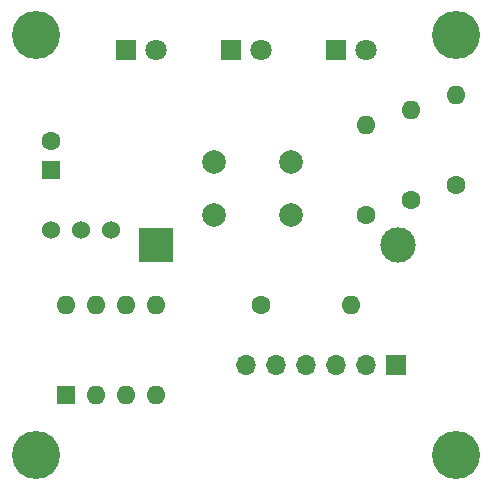
<source format=gbr>
G04 #@! TF.FileFunction,Soldermask,Bot*
%FSLAX46Y46*%
G04 Gerber Fmt 4.6, Leading zero omitted, Abs format (unit mm)*
G04 Created by KiCad (PCBNEW 4.0.7-e2-6376~58~ubuntu17.04.1) date Thu Jun  7 00:03:39 2018*
%MOMM*%
%LPD*%
G01*
G04 APERTURE LIST*
%ADD10C,0.100000*%
%ADD11C,3.000000*%
%ADD12R,3.000000X3.000000*%
%ADD13R,1.600000X1.600000*%
%ADD14O,1.600000X1.600000*%
%ADD15C,1.600000*%
%ADD16R,1.800000X1.800000*%
%ADD17C,1.800000*%
%ADD18R,1.700000X1.700000*%
%ADD19O,1.700000X1.700000*%
%ADD20C,2.000000*%
%ADD21C,1.524000*%
%ADD22C,4.064000*%
G04 APERTURE END LIST*
D10*
D11*
X169080000Y-111760000D03*
D12*
X148590000Y-111760000D03*
D13*
X140970000Y-124460000D03*
D14*
X148590000Y-116840000D03*
X143510000Y-124460000D03*
X146050000Y-116840000D03*
X146050000Y-124460000D03*
X143510000Y-116840000D03*
X148590000Y-124460000D03*
X140970000Y-116840000D03*
D13*
X139700000Y-105410000D03*
D15*
X139700000Y-102910000D03*
D16*
X163830000Y-95250000D03*
D17*
X166370000Y-95250000D03*
D16*
X154940000Y-95250000D03*
D17*
X157480000Y-95250000D03*
D16*
X146050000Y-95250000D03*
D17*
X148590000Y-95250000D03*
D18*
X168910000Y-121920000D03*
D19*
X166370000Y-121920000D03*
X163830000Y-121920000D03*
X161290000Y-121920000D03*
X158750000Y-121920000D03*
X156210000Y-121920000D03*
D15*
X157480000Y-116840000D03*
D14*
X165100000Y-116840000D03*
D15*
X173990000Y-106680000D03*
D14*
X173990000Y-99060000D03*
D15*
X170180000Y-107950000D03*
D14*
X170180000Y-100330000D03*
D15*
X166370000Y-109220000D03*
D14*
X166370000Y-101600000D03*
D20*
X160020000Y-104720000D03*
X160020000Y-109220000D03*
X153520000Y-104720000D03*
X153520000Y-109220000D03*
D21*
X144780000Y-110490000D03*
X142240000Y-110490000D03*
X139700000Y-110490000D03*
D22*
X138430000Y-93980000D03*
X138430000Y-129540000D03*
X173990000Y-129540000D03*
X173990000Y-93980000D03*
M02*

</source>
